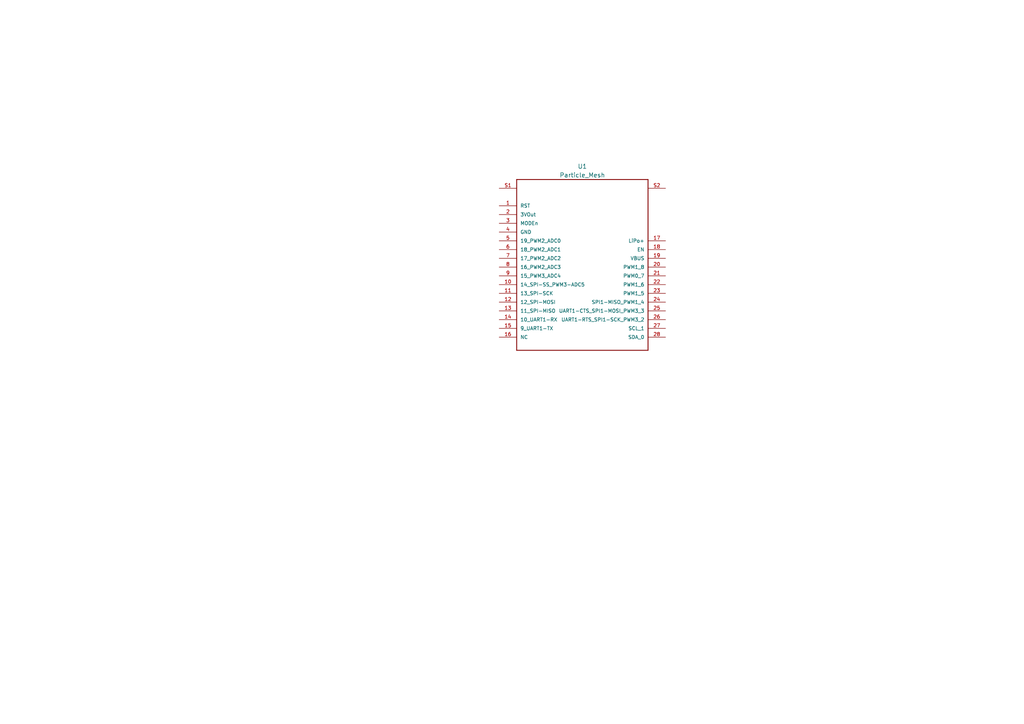
<source format=kicad_sch>
(kicad_sch (version 20230121) (generator eeschema)
  (paper "A4")
  (lib_symbols
    (symbol "bec-particle:Particle_Mesh" (pin_names (offset 1.016))
      (property "Reference" "U" (at -1.27 16.51 0))
      (property "Value" "Particle_Mesh" (at -6.35 19.05 0))
      (symbol "Particle_Mesh_0_0"
        (pin input line (at -24.13 16.51 0) (length 5.08) (name "RST") (number "1"))
        (pin power_out line (at -24.13 13.97 0) (length 5.08) (name "3VOut") (number "2"))
        (pin input line (at -24.13 11.43 0) (length 5.08) (name "MODEn") (number "3"))
        (pin power_in line (at -24.13 8.89 0) (length 5.08) (name "GND") (number "4"))
        (pin bidirectional line (at -24.13 6.35 0) (length 5.08) (name "19_PWM2_ADC0") (number "5"))
        (pin bidirectional line (at -24.13 3.81 0) (length 5.08) (name "18_PWM2_ADC1") (number "6"))
        (pin bidirectional line (at -24.13 1.27 0) (length 5.08) (name "17_PWM2_ADC2") (number "7"))
      )
      (symbol "Particle_Mesh_0_1"
        (polyline (pts (xy -19.05 -25.4) (xy -19.05 24.13)) (stroke (width 0.254)))
        (polyline (pts (xy -19.05 -25.4) (xy 19.05 -25.4)) (stroke (width 0.254)))
        (polyline (pts (xy -19.05 24.13) (xy 19.05 24.13)) (stroke (width 0.254)))
        (polyline (pts (xy 19.05 24.13) (xy 19.05 -25.4)) (stroke (width 0.254)))
      )
      (symbol "Particle_Mesh_1_1"
        (pin bidirectional line (at -24.13 -6.35 0) (length 5.08) (name "14_SPI-SS_PWM3-ADC5") (number "10"))
        (pin bidirectional line (at -24.13 -8.89 0) (length 5.08) (name "13_SPI-SCK") (number "11"))
        (pin bidirectional line (at -24.13 -11.43 0) (length 5.08) (name "12_SPI-MOSI") (number "12"))
        (pin bidirectional line (at -24.13 -13.97 0) (length 5.08) (name "11_SPI-MISO") (number "13"))
        (pin bidirectional line (at -24.13 -16.51 0) (length 5.08) (name "10_UART1-RX") (number "14"))
        (pin bidirectional line (at -24.13 -19.05 0) (length 5.08) (name "9_UART1-TX") (number "15"))
        (pin bidirectional line (at -24.13 -21.59 0) (length 5.08) (name "NC") (number "16"))
        (pin power_in line (at 24.13 6.35 180) (length 5.08) (name "LiPo+") (number "17"))
        (pin input line (at 24.13 3.81 180) (length 5.08) (name "EN") (number "18"))
        (pin input line (at 24.13 1.27 180) (length 5.08) (name "VBUS") (number "19"))
        (pin bidirectional line (at 24.13 -1.27 180) (length 5.08) (name "PWM1_8") (number "20"))
        (pin bidirectional line (at 24.13 -3.81 180) (length 5.08) (name "PWM0_7") (number "21"))
        (pin bidirectional line (at 24.13 -6.35 180) (length 5.08) (name "PWM1_6") (number "22"))
        (pin bidirectional line (at 24.13 -8.89 180) (length 5.08) (name "PWM1_5") (number "23"))
        (pin bidirectional line (at 24.13 -11.43 180) (length 5.08) (name "SPI1-MISO_PWM1_4") (number "24"))
        (pin bidirectional line (at 24.13 -13.97 180) (length 5.08) (name "UART1-CTS_SPI1-MOSI_PWM3_3") (number "25"))
        (pin bidirectional line (at 24.13 -16.51 180) (length 5.08) (name "UART1-RTS_SPI1-SCK_PWM3_2") (number "26"))
        (pin bidirectional line (at 24.13 -19.05 180) (length 5.08) (name "SCL_1") (number "27"))
        (pin bidirectional line (at 24.13 -21.59 180) (length 5.08) (name "SDA_0") (number "28"))
        (pin bidirectional line (at -24.13 -1.27 0) (length 5.08) (name "16_PWM2_ADC3") (number "8"))
        (pin bidirectional line (at -24.13 -3.81 0) (length 5.08) (name "15_PWM3_ADC4") (number "9"))
        (pin passive line (at -24.13 21.59 0) (length 5.08) (name "~") (number "S1"))
        (pin passive line (at 24.13 21.59 180) (length 5.08) (name "~") (number "S2"))
      )
    )
  )
  (symbol (lib_id "bec-particle:Particle_Mesh") (at 168.91 76.2 0) (unit 1)
    (property "Reference" "U1" (at 168.91 48.26 0))
    (property "Value" "Particle_Mesh" (at 168.91 50.8 0))
    (property "Footprint" "feather" (effects hide))
  )
)
</source>
